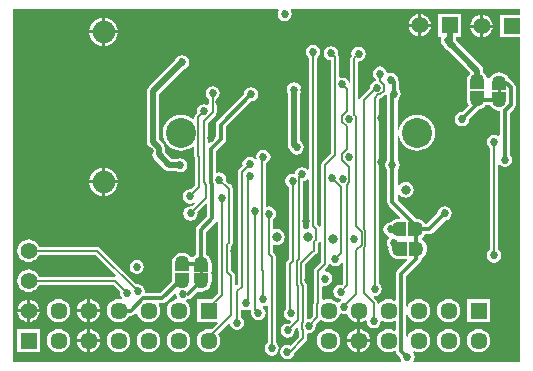
<source format=gbl>
%FSLAX25Y25*%
%MOIN*%
G70*
G01*
G75*
G04 Layer_Physical_Order=4*
G04 Layer_Color=16711680*
%ADD10C,0.00800*%
%ADD11O,0.01575X0.05331*%
%ADD12O,0.01575X0.06315*%
%ADD13O,0.01575X0.08874*%
%ADD14O,0.01575X0.04331*%
%ADD15O,0.05331X0.01575*%
%ADD16O,0.06315X0.01575*%
%ADD17R,0.02362X0.04724*%
%ADD18R,0.03347X0.03150*%
%ADD19R,0.03150X0.03347*%
%ADD20R,0.06890X0.03937*%
%ADD21R,0.02600X0.03300*%
%ADD22R,0.07874X0.02559*%
%ADD23C,0.00600*%
%ADD24C,0.01400*%
%ADD25C,0.02000*%
%ADD26C,0.10000*%
%ADD27C,0.05500*%
%ADD28R,0.05500X0.05500*%
%ADD29C,0.03300*%
%ADD30R,0.05500X0.05500*%
%ADD31R,0.05700X0.05700*%
%ADD32C,0.05700*%
%ADD33C,0.07480*%
%ADD34C,0.02700*%
%ADD35C,0.05000*%
%ADD36C,0.01000*%
%ADD37R,0.05000X0.02500*%
%ADD38R,0.02500X0.05000*%
G36*
X94775Y25774D02*
Y18949D01*
X94435Y18609D01*
X94000Y18696D01*
X93083Y18514D01*
X92306Y17994D01*
X91786Y17217D01*
X91604Y16300D01*
X91786Y15383D01*
X92306Y14606D01*
X93083Y14086D01*
X93980Y13908D01*
X94021Y13841D01*
X94158Y13426D01*
X93506Y12990D01*
X93339Y12740D01*
X92831Y12682D01*
X92743Y12748D01*
X91942Y13363D01*
X91005Y13751D01*
X90000Y13883D01*
X88995Y13751D01*
X88376Y13494D01*
X87875Y13828D01*
Y17978D01*
X88376Y18388D01*
X88800Y18304D01*
X89717Y18486D01*
X90494Y19006D01*
X91014Y19783D01*
X91196Y20700D01*
X91014Y21617D01*
X90494Y22394D01*
X89717Y22914D01*
X88948Y23067D01*
X88727Y23552D01*
X89637Y24463D01*
X89925Y24893D01*
X90026Y25400D01*
Y25474D01*
X90526Y25626D01*
X90606Y25506D01*
X91383Y24986D01*
X92300Y24804D01*
X93217Y24986D01*
X93994Y25506D01*
X94274Y25925D01*
X94775Y25774D01*
D02*
G37*
G36*
X83474Y53674D02*
Y38200D01*
X83548Y37831D01*
X83237Y37368D01*
X83200Y37373D01*
X82508Y37282D01*
X82076Y37103D01*
X81576Y37380D01*
Y53079D01*
X82117Y53186D01*
X82894Y53706D01*
X82974Y53826D01*
X83474Y53674D01*
D02*
G37*
G36*
X109397Y81833D02*
X109486Y81383D01*
X109567Y81263D01*
Y60136D01*
X109086Y59417D01*
X108904Y58500D01*
X109086Y57583D01*
X109567Y56864D01*
Y46200D01*
X109699Y45537D01*
X110074Y44974D01*
X113880Y41168D01*
X113689Y40707D01*
X113453D01*
X113381Y40716D01*
X112468Y40596D01*
X111616Y40243D01*
X110885Y39682D01*
X110737Y39489D01*
X110700Y39496D01*
X109783Y39314D01*
X109006Y38794D01*
X108486Y38017D01*
X108304Y37100D01*
X108486Y36183D01*
X109006Y35406D01*
X109783Y34886D01*
X109959Y34852D01*
X110057Y34322D01*
X109586Y33617D01*
X109404Y32700D01*
X109586Y31783D01*
X110026Y31125D01*
X109970Y30700D01*
X110090Y29786D01*
X110443Y28935D01*
X111004Y28204D01*
X111735Y27643D01*
X112586Y27290D01*
X113500Y27170D01*
X113589Y27182D01*
X115991D01*
X116030Y27189D01*
X116276Y26728D01*
X112924Y23377D01*
X112549Y22814D01*
X112417Y22151D01*
Y13564D01*
X111968Y13342D01*
X111942Y13363D01*
X111005Y13751D01*
X110000Y13883D01*
X108995Y13751D01*
X108058Y13363D01*
X107254Y12746D01*
X106925Y12318D01*
X106605Y12370D01*
X106412Y12469D01*
X106325Y12907D01*
X106037Y13337D01*
X105001Y14374D01*
X105247Y14834D01*
X105400Y14804D01*
X106317Y14986D01*
X107094Y15506D01*
X107614Y16283D01*
X107796Y17200D01*
X107614Y18117D01*
X107094Y18894D01*
X106676Y19174D01*
Y80219D01*
X107218Y80761D01*
X107539Y80825D01*
X107969Y81113D01*
X108854Y81998D01*
X109397Y81833D01*
D02*
G37*
G36*
X87375Y32835D02*
Y25949D01*
X85613Y24187D01*
X85325Y23757D01*
X85224Y23250D01*
Y12909D01*
X85025Y12610D01*
X84925Y12103D01*
Y8299D01*
X83835Y7209D01*
X83400Y7296D01*
X83312Y7278D01*
X82925Y7596D01*
Y18318D01*
X82825Y18825D01*
X82537Y19255D01*
X82076Y19717D01*
Y25301D01*
X85498Y28724D01*
X85757Y28775D01*
X86187Y29063D01*
X86475Y29493D01*
X86576Y30000D01*
Y32595D01*
X86687Y32706D01*
X86875Y32987D01*
X87375Y32835D01*
D02*
G37*
G36*
X153874Y108550D02*
X147250D01*
Y101050D01*
X153874D01*
Y-7174D01*
X118538D01*
X118302Y-6733D01*
X118514Y-6417D01*
X118696Y-5500D01*
X118514Y-4583D01*
X118061Y-3905D01*
X118334Y-3477D01*
X118995Y-3751D01*
X120000Y-3883D01*
X121005Y-3751D01*
X121942Y-3363D01*
X122746Y-2746D01*
X123363Y-1942D01*
X123751Y-1005D01*
X123883Y0D01*
X123751Y1005D01*
X123363Y1942D01*
X122746Y2746D01*
X121942Y3363D01*
X121005Y3751D01*
X120000Y3883D01*
X118995Y3751D01*
X118058Y3363D01*
X117254Y2746D01*
X116637Y1942D01*
X116383Y1329D01*
X115883Y1429D01*
Y8572D01*
X116383Y8671D01*
X116637Y8058D01*
X117254Y7254D01*
X118058Y6637D01*
X118995Y6249D01*
X120000Y6117D01*
X121005Y6249D01*
X121942Y6637D01*
X122746Y7254D01*
X123363Y8058D01*
X123751Y8995D01*
X123883Y10000D01*
X123751Y11005D01*
X123363Y11942D01*
X122746Y12746D01*
X121942Y13363D01*
X121005Y13751D01*
X120000Y13883D01*
X118995Y13751D01*
X118058Y13363D01*
X117254Y12746D01*
X116637Y11942D01*
X116383Y11329D01*
X115883Y11428D01*
Y21433D01*
X120526Y26076D01*
X120901Y26638D01*
X121033Y27301D01*
Y27630D01*
X121065Y27643D01*
X121796Y28204D01*
X122357Y28935D01*
X122710Y29786D01*
X122830Y30700D01*
X122710Y31614D01*
X122357Y32465D01*
X121796Y33196D01*
X121096Y33734D01*
X121081Y34213D01*
X121081Y34232D01*
X121677Y34690D01*
X122238Y35421D01*
X122252Y35453D01*
X123486D01*
X124149Y35585D01*
X124712Y35960D01*
X128769Y40018D01*
X129617Y40186D01*
X130394Y40706D01*
X130914Y41483D01*
X131096Y42400D01*
X130914Y43317D01*
X130394Y44094D01*
X129617Y44614D01*
X128700Y44796D01*
X127783Y44614D01*
X127006Y44094D01*
X126486Y43317D01*
X126318Y42469D01*
X122768Y38919D01*
X122252D01*
X122238Y38951D01*
X121677Y39682D01*
X120946Y40243D01*
X120095Y40596D01*
X119243Y40708D01*
X113033Y46918D01*
Y48601D01*
X113533Y48771D01*
X113810Y48410D01*
X114364Y47985D01*
X115008Y47718D01*
X115700Y47627D01*
X116392Y47718D01*
X117036Y47985D01*
X117590Y48410D01*
X118015Y48964D01*
X118282Y49608D01*
X118373Y50300D01*
X118282Y50992D01*
X118015Y51636D01*
X117590Y52190D01*
X117036Y52615D01*
X116392Y52882D01*
X115700Y52973D01*
X115008Y52882D01*
X114364Y52615D01*
X113810Y52190D01*
X113533Y51829D01*
X113033Y51999D01*
Y56864D01*
X113514Y57583D01*
X113696Y58500D01*
X113514Y59417D01*
X113033Y60136D01*
Y68339D01*
X113533Y68363D01*
X113557Y68124D01*
X113900Y66993D01*
X114457Y65951D01*
X115207Y65037D01*
X116121Y64287D01*
X117163Y63730D01*
X118294Y63387D01*
X119470Y63271D01*
X120646Y63387D01*
X121777Y63730D01*
X122820Y64287D01*
X123733Y65037D01*
X124483Y65951D01*
X125040Y66993D01*
X125383Y68124D01*
X125499Y69300D01*
X125383Y70476D01*
X125040Y71607D01*
X124483Y72650D01*
X123733Y73563D01*
X122820Y74313D01*
X121777Y74870D01*
X120646Y75213D01*
X119470Y75329D01*
X118294Y75213D01*
X117163Y74870D01*
X116121Y74313D01*
X115207Y73563D01*
X114457Y72650D01*
X113900Y71607D01*
X113557Y70476D01*
X113533Y70236D01*
X113033Y70261D01*
Y80365D01*
X113394Y80606D01*
X113914Y81383D01*
X114096Y82300D01*
X113914Y83217D01*
X113433Y83936D01*
Y86100D01*
X113301Y86763D01*
X113276Y86801D01*
X113296Y86900D01*
X113114Y87817D01*
X112594Y88594D01*
X111817Y89114D01*
X110900Y89296D01*
X109983Y89114D01*
X109428Y89344D01*
X109314Y89917D01*
X108794Y90694D01*
X108017Y91214D01*
X107100Y91396D01*
X106183Y91214D01*
X105406Y90694D01*
X104886Y89917D01*
X104704Y89000D01*
X104886Y88083D01*
X105406Y87306D01*
X105683Y87120D01*
X105666Y86610D01*
X105183Y86514D01*
X104406Y85994D01*
X103886Y85217D01*
X103704Y84300D01*
X103724Y84199D01*
X100763Y81237D01*
X100475Y80807D01*
X100426Y80556D01*
X99926Y80605D01*
Y93043D01*
X100000Y93104D01*
X100917Y93286D01*
X101694Y93806D01*
X102214Y94583D01*
X102396Y95500D01*
X102214Y96417D01*
X101694Y97194D01*
X100917Y97714D01*
X100000Y97896D01*
X99083Y97714D01*
X98306Y97194D01*
X97786Y96417D01*
X97604Y95500D01*
X97690Y95065D01*
X97663Y95037D01*
X97375Y94607D01*
X97275Y94100D01*
Y86060D01*
X96775Y86011D01*
X96714Y86317D01*
X96194Y87094D01*
X95417Y87614D01*
X94500Y87796D01*
X94025Y87702D01*
X93525Y88112D01*
Y94400D01*
X93425Y94907D01*
X93137Y95337D01*
X93110Y95365D01*
X93196Y95800D01*
X93014Y96717D01*
X92494Y97494D01*
X91717Y98014D01*
X90800Y98196D01*
X89883Y98014D01*
X89106Y97494D01*
X88586Y96717D01*
X88404Y95800D01*
X88586Y94883D01*
X89106Y94106D01*
X89883Y93586D01*
X90800Y93404D01*
X90874Y93343D01*
Y62449D01*
X87763Y59337D01*
X87475Y58907D01*
X87375Y58400D01*
Y38059D01*
X86875Y37907D01*
X86687Y38187D01*
X86125Y38749D01*
Y94359D01*
X86494Y94606D01*
X87014Y95383D01*
X87196Y96300D01*
X87014Y97217D01*
X86494Y97994D01*
X85717Y98514D01*
X84800Y98696D01*
X83883Y98514D01*
X83106Y97994D01*
X82586Y97217D01*
X82404Y96300D01*
X82586Y95383D01*
X83106Y94606D01*
X83474Y94359D01*
Y57126D01*
X82974Y56974D01*
X82894Y57094D01*
X82117Y57614D01*
X81200Y57796D01*
X80283Y57614D01*
X79506Y57094D01*
X78986Y56317D01*
X78811Y55435D01*
X78000Y55596D01*
X77083Y55414D01*
X76306Y54894D01*
X75786Y54117D01*
X75604Y53200D01*
X75786Y52283D01*
X76306Y51506D01*
X76674Y51259D01*
Y27152D01*
X76113Y26590D01*
X75825Y26160D01*
X75725Y25653D01*
Y10673D01*
X75286Y10017D01*
X75104Y9100D01*
X75286Y8183D01*
X75806Y7406D01*
X76583Y6886D01*
X77185Y6767D01*
X77350Y6224D01*
X76835Y5709D01*
X76400Y5796D01*
X75483Y5614D01*
X74706Y5094D01*
X74186Y4317D01*
X74004Y3400D01*
X74186Y2483D01*
X74706Y1706D01*
X75483Y1186D01*
X76400Y1004D01*
X77317Y1186D01*
X78094Y1706D01*
X78614Y2483D01*
X78796Y3400D01*
X78710Y3835D01*
X79363Y4488D01*
X79825Y4297D01*
Y3968D01*
X79925Y3461D01*
X80213Y3031D01*
X80274Y2969D01*
Y1349D01*
X77290Y-1635D01*
X77217Y-1586D01*
X76300Y-1404D01*
X75383Y-1586D01*
X74606Y-2106D01*
X74086Y-2883D01*
X73904Y-3800D01*
X74086Y-4717D01*
X74606Y-5494D01*
X75383Y-6014D01*
X76300Y-6196D01*
X77217Y-6014D01*
X77994Y-5494D01*
X78514Y-4717D01*
X78652Y-4023D01*
X82537Y-137D01*
X82825Y293D01*
X82925Y800D01*
Y2204D01*
X83312Y2521D01*
X83400Y2504D01*
X84317Y2686D01*
X85094Y3206D01*
X85614Y3983D01*
X85796Y4900D01*
X85710Y5335D01*
X87187Y6813D01*
X87202Y6834D01*
X87695Y6916D01*
X88058Y6637D01*
X88995Y6249D01*
X90000Y6117D01*
X91005Y6249D01*
X91942Y6637D01*
X92746Y7254D01*
X93363Y8058D01*
X93699Y8871D01*
X94213Y9129D01*
X94283Y9082D01*
X95200Y8900D01*
X95743Y9008D01*
X96172Y8997D01*
X96386Y8664D01*
X96637Y8058D01*
X97254Y7254D01*
X98058Y6637D01*
X98995Y6249D01*
X99500Y6183D01*
Y10000D01*
X100500D01*
Y6183D01*
X101005Y6249D01*
X101942Y6637D01*
X102272Y6890D01*
X102726Y6608D01*
X102704Y6500D01*
X102886Y5583D01*
X103406Y4806D01*
X104183Y4286D01*
X105100Y4104D01*
X106017Y4286D01*
X106794Y4806D01*
X107314Y5583D01*
X107485Y6447D01*
X107918Y6744D01*
X108058Y6637D01*
X108995Y6249D01*
X110000Y6117D01*
X111005Y6249D01*
X111942Y6637D01*
X111968Y6657D01*
X112417Y6436D01*
Y3564D01*
X111968Y3342D01*
X111942Y3363D01*
X111005Y3751D01*
X110000Y3883D01*
X108995Y3751D01*
X108058Y3363D01*
X107254Y2746D01*
X106637Y1942D01*
X106249Y1005D01*
X106117Y0D01*
X106249Y-1005D01*
X106637Y-1942D01*
X107254Y-2746D01*
X108058Y-3363D01*
X108995Y-3751D01*
X110000Y-3883D01*
X111005Y-3751D01*
X111942Y-3363D01*
X111943Y-3362D01*
X112465Y-3592D01*
X112549Y-4013D01*
X112924Y-4576D01*
X113918Y-5569D01*
X114086Y-6417D01*
X114298Y-6733D01*
X114062Y-7174D01*
X-15274D01*
Y110574D01*
X73162D01*
X73398Y110133D01*
X73186Y109817D01*
X73004Y108900D01*
X73186Y107983D01*
X73706Y107206D01*
X74483Y106686D01*
X75400Y106504D01*
X76317Y106686D01*
X77094Y107206D01*
X77614Y107983D01*
X77796Y108900D01*
X77614Y109817D01*
X77402Y110133D01*
X77638Y110574D01*
X153874D01*
Y108550D01*
D02*
G37*
%LPC*%
G36*
X130000Y13883D02*
X128995Y13751D01*
X128058Y13363D01*
X127254Y12746D01*
X126637Y11942D01*
X126249Y11005D01*
X126117Y10000D01*
X126249Y8995D01*
X126637Y8058D01*
X127254Y7254D01*
X128058Y6637D01*
X128995Y6249D01*
X130000Y6117D01*
X131005Y6249D01*
X131942Y6637D01*
X132746Y7254D01*
X133363Y8058D01*
X133751Y8995D01*
X133883Y10000D01*
X133751Y11005D01*
X133363Y11942D01*
X132746Y12746D01*
X131942Y13363D01*
X131005Y13751D01*
X130000Y13883D01*
D02*
G37*
G36*
X99500Y3817D02*
X98995Y3751D01*
X98058Y3363D01*
X97254Y2746D01*
X96637Y1942D01*
X96249Y1005D01*
X96183Y500D01*
X99500D01*
Y3817D01*
D02*
G37*
G36*
X100500D02*
Y500D01*
X103817D01*
X103751Y1005D01*
X103363Y1942D01*
X102746Y2746D01*
X101942Y3363D01*
X101005Y3751D01*
X100500Y3817D01*
D02*
G37*
G36*
X0Y13883D02*
X-1005Y13751D01*
X-1942Y13363D01*
X-2746Y12746D01*
X-3363Y11942D01*
X-3751Y11005D01*
X-3883Y10000D01*
X-3751Y8995D01*
X-3363Y8058D01*
X-2746Y7254D01*
X-1942Y6637D01*
X-1005Y6249D01*
X0Y6117D01*
X1005Y6249D01*
X1942Y6637D01*
X2746Y7254D01*
X3363Y8058D01*
X3751Y8995D01*
X3883Y10000D01*
X3751Y11005D01*
X3363Y11942D01*
X2746Y12746D01*
X1942Y13363D01*
X1005Y13751D01*
X0Y13883D01*
D02*
G37*
G36*
X143850Y13850D02*
X136150D01*
Y6150D01*
X143850D01*
Y13850D01*
D02*
G37*
G36*
X13817Y9500D02*
X10500D01*
Y6183D01*
X11005Y6249D01*
X11942Y6637D01*
X12746Y7254D01*
X13363Y8058D01*
X13751Y8995D01*
X13817Y9500D01*
D02*
G37*
G36*
X-10500D02*
X-13716D01*
X-13654Y9021D01*
X-13276Y8109D01*
X-12675Y7326D01*
X-11891Y6724D01*
X-10979Y6346D01*
X-10500Y6284D01*
Y9500D01*
D02*
G37*
G36*
X9500D02*
X6183D01*
X6249Y8995D01*
X6637Y8058D01*
X7254Y7254D01*
X8058Y6637D01*
X8995Y6249D01*
X9500Y6183D01*
Y9500D01*
D02*
G37*
G36*
X-6284D02*
X-9500D01*
Y6284D01*
X-9021Y6346D01*
X-8109Y6724D01*
X-7326Y7326D01*
X-6724Y8109D01*
X-6346Y9021D01*
X-6284Y9500D01*
D02*
G37*
G36*
X10500Y3817D02*
Y500D01*
X13817D01*
X13751Y1005D01*
X13363Y1942D01*
X12746Y2746D01*
X11942Y3363D01*
X11005Y3751D01*
X10500Y3817D01*
D02*
G37*
G36*
X40000Y3883D02*
X38995Y3751D01*
X38058Y3363D01*
X37254Y2746D01*
X36637Y1942D01*
X36249Y1005D01*
X36117Y0D01*
X36249Y-1005D01*
X36637Y-1942D01*
X37254Y-2746D01*
X38058Y-3363D01*
X38995Y-3751D01*
X40000Y-3883D01*
X41005Y-3751D01*
X41942Y-3363D01*
X42746Y-2746D01*
X43363Y-1942D01*
X43751Y-1005D01*
X43883Y0D01*
X43751Y1005D01*
X43363Y1942D01*
X42746Y2746D01*
X41942Y3363D01*
X41005Y3751D01*
X40000Y3883D01*
D02*
G37*
G36*
X90000D02*
X88995Y3751D01*
X88058Y3363D01*
X87254Y2746D01*
X86637Y1942D01*
X86249Y1005D01*
X86117Y0D01*
X86249Y-1005D01*
X86637Y-1942D01*
X87254Y-2746D01*
X88058Y-3363D01*
X88995Y-3751D01*
X90000Y-3883D01*
X91005Y-3751D01*
X91942Y-3363D01*
X92746Y-2746D01*
X93363Y-1942D01*
X93751Y-1005D01*
X93883Y0D01*
X93751Y1005D01*
X93363Y1942D01*
X92746Y2746D01*
X91942Y3363D01*
X91005Y3751D01*
X90000Y3883D01*
D02*
G37*
G36*
X130000D02*
X128995Y3751D01*
X128058Y3363D01*
X127254Y2746D01*
X126637Y1942D01*
X126249Y1005D01*
X126117Y0D01*
X126249Y-1005D01*
X126637Y-1942D01*
X127254Y-2746D01*
X128058Y-3363D01*
X128995Y-3751D01*
X130000Y-3883D01*
X131005Y-3751D01*
X131942Y-3363D01*
X132746Y-2746D01*
X133363Y-1942D01*
X133751Y-1005D01*
X133883Y0D01*
X133751Y1005D01*
X133363Y1942D01*
X132746Y2746D01*
X131942Y3363D01*
X131005Y3751D01*
X130000Y3883D01*
D02*
G37*
G36*
X0D02*
X-1005Y3751D01*
X-1942Y3363D01*
X-2746Y2746D01*
X-3363Y1942D01*
X-3751Y1005D01*
X-3883Y0D01*
X-3751Y-1005D01*
X-3363Y-1942D01*
X-2746Y-2746D01*
X-1942Y-3363D01*
X-1005Y-3751D01*
X0Y-3883D01*
X1005Y-3751D01*
X1942Y-3363D01*
X2746Y-2746D01*
X3363Y-1942D01*
X3751Y-1005D01*
X3883Y0D01*
X3751Y1005D01*
X3363Y1942D01*
X2746Y2746D01*
X1942Y3363D01*
X1005Y3751D01*
X0Y3883D01*
D02*
G37*
G36*
X20000D02*
X18995Y3751D01*
X18058Y3363D01*
X17254Y2746D01*
X16637Y1942D01*
X16249Y1005D01*
X16117Y0D01*
X16249Y-1005D01*
X16637Y-1942D01*
X17254Y-2746D01*
X18058Y-3363D01*
X18995Y-3751D01*
X20000Y-3883D01*
X21005Y-3751D01*
X21942Y-3363D01*
X22746Y-2746D01*
X23363Y-1942D01*
X23751Y-1005D01*
X23883Y0D01*
X23751Y1005D01*
X23363Y1942D01*
X22746Y2746D01*
X21942Y3363D01*
X21005Y3751D01*
X20000Y3883D01*
D02*
G37*
G36*
X30000D02*
X28995Y3751D01*
X28058Y3363D01*
X27254Y2746D01*
X26637Y1942D01*
X26249Y1005D01*
X26117Y0D01*
X26249Y-1005D01*
X26637Y-1942D01*
X27254Y-2746D01*
X28058Y-3363D01*
X28995Y-3751D01*
X30000Y-3883D01*
X31005Y-3751D01*
X31942Y-3363D01*
X32746Y-2746D01*
X33363Y-1942D01*
X33751Y-1005D01*
X33883Y0D01*
X33751Y1005D01*
X33363Y1942D01*
X32746Y2746D01*
X31942Y3363D01*
X31005Y3751D01*
X30000Y3883D01*
D02*
G37*
G36*
X140000D02*
X138995Y3751D01*
X138058Y3363D01*
X137254Y2746D01*
X136637Y1942D01*
X136249Y1005D01*
X136117Y0D01*
X136249Y-1005D01*
X136637Y-1942D01*
X137254Y-2746D01*
X138058Y-3363D01*
X138995Y-3751D01*
X140000Y-3883D01*
X141005Y-3751D01*
X141942Y-3363D01*
X142746Y-2746D01*
X143363Y-1942D01*
X143751Y-1005D01*
X143883Y0D01*
X143751Y1005D01*
X143363Y1942D01*
X142746Y2746D01*
X141942Y3363D01*
X141005Y3751D01*
X140000Y3883D01*
D02*
G37*
G36*
X103817Y-500D02*
X100500D01*
Y-3817D01*
X101005Y-3751D01*
X101942Y-3363D01*
X102746Y-2746D01*
X103363Y-1942D01*
X103751Y-1005D01*
X103817Y-500D01*
D02*
G37*
G36*
X-6250Y3750D02*
X-13750D01*
Y-3750D01*
X-6250D01*
Y3750D01*
D02*
G37*
G36*
X9500Y3817D02*
X8995Y3751D01*
X8058Y3363D01*
X7254Y2746D01*
X6637Y1942D01*
X6249Y1005D01*
X6183Y500D01*
X9500D01*
Y3817D01*
D02*
G37*
G36*
Y-500D02*
X6183D01*
X6249Y-1005D01*
X6637Y-1942D01*
X7254Y-2746D01*
X8058Y-3363D01*
X8995Y-3751D01*
X9500Y-3817D01*
Y-500D01*
D02*
G37*
G36*
X13817D02*
X10500D01*
Y-3817D01*
X11005Y-3751D01*
X11942Y-3363D01*
X12746Y-2746D01*
X13363Y-1942D01*
X13751Y-1005D01*
X13817Y-500D01*
D02*
G37*
G36*
X99500D02*
X96183D01*
X96249Y-1005D01*
X96637Y-1942D01*
X97254Y-2746D01*
X98058Y-3363D01*
X98995Y-3751D01*
X99500Y-3817D01*
Y-500D01*
D02*
G37*
G36*
X-10500Y13716D02*
X-10979Y13654D01*
X-11891Y13276D01*
X-12675Y12675D01*
X-13276Y11891D01*
X-13654Y10979D01*
X-13716Y10500D01*
X-10500D01*
Y13716D01*
D02*
G37*
G36*
X144717Y104300D02*
X141500D01*
Y101084D01*
X141979Y101146D01*
X142891Y101524D01*
X143675Y102126D01*
X144276Y102909D01*
X144653Y103821D01*
X144717Y104300D01*
D02*
G37*
G36*
X119884Y104600D02*
X116667D01*
X116730Y104121D01*
X117108Y103209D01*
X117709Y102426D01*
X118492Y101824D01*
X119404Y101446D01*
X119884Y101383D01*
Y104600D01*
D02*
G37*
G36*
X124100D02*
X120884D01*
Y101383D01*
X121362Y101446D01*
X122275Y101824D01*
X123058Y102426D01*
X123659Y103209D01*
X124037Y104121D01*
X124100Y104600D01*
D02*
G37*
G36*
X14509Y102400D02*
X10293D01*
X10390Y101663D01*
X10868Y100510D01*
X11628Y99519D01*
X12618Y98760D01*
X13771Y98282D01*
X14509Y98185D01*
Y102400D01*
D02*
G37*
G36*
X19724D02*
X15509D01*
Y98185D01*
X16246Y98282D01*
X17399Y98760D01*
X18389Y99519D01*
X19149Y100510D01*
X19627Y101663D01*
X19724Y102400D01*
D02*
G37*
G36*
X140500Y104300D02*
X137284D01*
X137346Y103821D01*
X137724Y102909D01*
X138326Y102126D01*
X139109Y101524D01*
X140021Y101146D01*
X140500Y101084D01*
Y104300D01*
D02*
G37*
G36*
X141500Y108517D02*
Y105300D01*
X144717D01*
X144653Y105779D01*
X144276Y106691D01*
X143675Y107475D01*
X142891Y108076D01*
X141979Y108454D01*
X141500Y108517D01*
D02*
G37*
G36*
X119884Y108817D02*
X119404Y108754D01*
X118492Y108376D01*
X117709Y107774D01*
X117108Y106991D01*
X116730Y106079D01*
X116667Y105600D01*
X119884D01*
Y108817D01*
D02*
G37*
G36*
X120884D02*
Y105600D01*
X124100D01*
X124037Y106079D01*
X123659Y106991D01*
X123058Y107774D01*
X122275Y108376D01*
X121362Y108754D01*
X120884Y108817D01*
D02*
G37*
G36*
X14509Y107615D02*
X13771Y107518D01*
X12618Y107041D01*
X11628Y106281D01*
X10868Y105290D01*
X10390Y104137D01*
X10293Y103400D01*
X14509D01*
Y107615D01*
D02*
G37*
G36*
X15509D02*
Y103400D01*
X19724D01*
X19627Y104137D01*
X19149Y105290D01*
X18389Y106281D01*
X17399Y107041D01*
X16246Y107518D01*
X15509Y107615D01*
D02*
G37*
G36*
X140500Y108517D02*
X140021Y108454D01*
X139109Y108076D01*
X138326Y107475D01*
X137724Y106691D01*
X137346Y105779D01*
X137284Y105300D01*
X140500D01*
Y108517D01*
D02*
G37*
G36*
X26100Y26996D02*
X25183Y26814D01*
X24406Y26294D01*
X23886Y25517D01*
X23704Y24600D01*
X23886Y23683D01*
X24406Y22906D01*
X25183Y22386D01*
X26100Y22204D01*
X27017Y22386D01*
X27794Y22906D01*
X28314Y23683D01*
X28496Y24600D01*
X28314Y25517D01*
X27794Y26294D01*
X27017Y26814D01*
X26100Y26996D01*
D02*
G37*
G36*
X14509Y52400D02*
X10293D01*
X10390Y51663D01*
X10868Y50510D01*
X11628Y49519D01*
X12618Y48759D01*
X13771Y48282D01*
X14509Y48185D01*
Y52400D01*
D02*
G37*
G36*
X19724D02*
X15509D01*
Y48185D01*
X16246Y48282D01*
X17399Y48759D01*
X18389Y49519D01*
X19149Y50510D01*
X19627Y51663D01*
X19724Y52400D01*
D02*
G37*
G36*
X-9500Y13716D02*
Y10500D01*
X-6284D01*
X-6346Y10979D01*
X-6724Y11891D01*
X-7326Y12675D01*
X-8109Y13276D01*
X-9021Y13654D01*
X-9500Y13716D01*
D02*
G37*
G36*
X9500Y13817D02*
X8995Y13751D01*
X8058Y13363D01*
X7254Y12746D01*
X6637Y11942D01*
X6249Y11005D01*
X6183Y10500D01*
X9500D01*
Y13817D01*
D02*
G37*
G36*
X10500D02*
Y10500D01*
X13817D01*
X13751Y11005D01*
X13363Y11942D01*
X12746Y12746D01*
X11942Y13363D01*
X11005Y13751D01*
X10500Y13817D01*
D02*
G37*
G36*
X78500Y86096D02*
X77583Y85914D01*
X76806Y85394D01*
X76286Y84617D01*
X76104Y83700D01*
X76286Y82783D01*
X76461Y82522D01*
Y65300D01*
X76616Y64520D01*
X77058Y63858D01*
X77125Y63791D01*
X77186Y63483D01*
X77706Y62706D01*
X78483Y62186D01*
X79400Y62004D01*
X80317Y62186D01*
X81094Y62706D01*
X81614Y63483D01*
X81796Y64400D01*
X81614Y65317D01*
X81094Y66094D01*
X80539Y66465D01*
Y82522D01*
X80714Y82783D01*
X80896Y83700D01*
X80714Y84617D01*
X80194Y85394D01*
X79417Y85914D01*
X78500Y86096D01*
D02*
G37*
G36*
X134134Y108850D02*
X126634D01*
Y101350D01*
X127400D01*
X127610Y100956D01*
X127610Y100850D01*
X127461Y100100D01*
X127616Y99320D01*
X128058Y98658D01*
X128401Y98315D01*
X128499Y97820D01*
X128942Y97158D01*
X129603Y96716D01*
X130099Y96618D01*
X137184Y89532D01*
X137152Y89033D01*
X137104Y88996D01*
X136543Y88265D01*
X136190Y87414D01*
X136070Y86500D01*
X136079Y86427D01*
Y84009D01*
X136157Y83619D01*
X136164Y83609D01*
X136157Y83599D01*
X136079Y83209D01*
Y80773D01*
X136070Y80700D01*
X136190Y79786D01*
X136543Y78935D01*
X136778Y78629D01*
X134431Y76282D01*
X133583Y76114D01*
X132806Y75594D01*
X132286Y74817D01*
X132104Y73900D01*
X132286Y72983D01*
X132806Y72206D01*
X133583Y71686D01*
X134500Y71504D01*
X135417Y71686D01*
X136194Y72206D01*
X136714Y72983D01*
X136882Y73831D01*
X140315Y77264D01*
X140514Y77290D01*
X141365Y77643D01*
X142096Y78204D01*
X142274Y78435D01*
X143798D01*
X143811Y78403D01*
X144372Y77672D01*
X145103Y77111D01*
X145955Y76759D01*
X146869Y76638D01*
X147067Y76464D01*
Y68414D01*
X146567Y68146D01*
X146017Y68514D01*
X145100Y68696D01*
X144183Y68514D01*
X143406Y67994D01*
X142886Y67217D01*
X142704Y66300D01*
X142886Y65383D01*
X143406Y64606D01*
X143774Y64359D01*
Y30274D01*
X143506Y30094D01*
X142986Y29317D01*
X142804Y28400D01*
X142986Y27483D01*
X143506Y26706D01*
X144283Y26186D01*
X145200Y26004D01*
X146117Y26186D01*
X146894Y26706D01*
X147414Y27483D01*
X147596Y28400D01*
X147414Y29317D01*
X146894Y30094D01*
X146425Y30408D01*
Y58724D01*
X146925Y58876D01*
X147106Y58606D01*
X147883Y58086D01*
X148800Y57904D01*
X149717Y58086D01*
X150494Y58606D01*
X151014Y59383D01*
X151196Y60300D01*
X151014Y61217D01*
X150533Y61936D01*
Y76008D01*
X151895Y77370D01*
X151895Y77370D01*
X152146Y77746D01*
X152271Y77932D01*
X152403Y78596D01*
X152403Y78596D01*
Y84470D01*
X152271Y85133D01*
X151895Y85695D01*
X150396Y87194D01*
X150055Y87422D01*
X149926Y87734D01*
X149365Y88465D01*
X148634Y89026D01*
X147782Y89378D01*
X146869Y89499D01*
X145955Y89378D01*
X145103Y89026D01*
X144372Y88465D01*
X143811Y87734D01*
X143554Y87112D01*
X143041Y87180D01*
X143010Y87414D01*
X142657Y88265D01*
X142096Y88996D01*
X141639Y89347D01*
Y90000D01*
X141484Y90780D01*
X141042Y91442D01*
X132423Y100061D01*
Y101350D01*
X134134D01*
Y108850D01*
D02*
G37*
G36*
X51400Y84796D02*
X50483Y84614D01*
X49706Y84094D01*
X49186Y83317D01*
X49004Y82400D01*
X49186Y81483D01*
X49706Y80706D01*
X50024Y80493D01*
Y78809D01*
X49525Y78542D01*
X49417Y78614D01*
X48500Y78796D01*
X47583Y78614D01*
X46806Y78094D01*
X46286Y77317D01*
X46104Y76400D01*
X46191Y75965D01*
X45693Y75467D01*
X45405Y75037D01*
X45305Y74530D01*
Y73954D01*
X44804Y73718D01*
X44080Y74313D01*
X43037Y74870D01*
X41906Y75213D01*
X40730Y75329D01*
X39554Y75213D01*
X38423Y74870D01*
X37380Y74313D01*
X36467Y73563D01*
X35717Y72650D01*
X35160Y71607D01*
X34817Y70476D01*
X34701Y69300D01*
X34817Y68124D01*
X35160Y66993D01*
X35717Y65951D01*
X36467Y65037D01*
X37380Y64287D01*
X38423Y63730D01*
X39554Y63387D01*
X40730Y63271D01*
X41906Y63387D01*
X43037Y63730D01*
X44080Y64287D01*
X44804Y64882D01*
X45305Y64645D01*
Y61533D01*
X45405Y61026D01*
X45575Y60773D01*
Y51749D01*
X44235Y50410D01*
X43800Y50496D01*
X42883Y50314D01*
X42106Y49794D01*
X41586Y49017D01*
X41404Y48100D01*
X41586Y47183D01*
X42106Y46406D01*
X42883Y45886D01*
X43800Y45704D01*
X44717Y45886D01*
X45283Y46264D01*
X45602Y45876D01*
X44435Y44710D01*
X44000Y44796D01*
X43083Y44614D01*
X42306Y44094D01*
X41786Y43317D01*
X41604Y42400D01*
X41786Y41483D01*
X42306Y40706D01*
X43083Y40186D01*
X44000Y40004D01*
X44917Y40186D01*
X45694Y40706D01*
X46214Y41483D01*
X46396Y42400D01*
X46310Y42835D01*
X49105Y45630D01*
X49567Y45439D01*
Y41518D01*
X46275Y38227D01*
X45900Y37664D01*
X45768Y37001D01*
Y28679D01*
X45736Y28666D01*
X45005Y28105D01*
X44729Y27745D01*
X44643Y27714D01*
X44113Y27764D01*
X43697Y28305D01*
X42966Y28866D01*
X42115Y29219D01*
X41201Y29339D01*
X40287Y29219D01*
X39436Y28866D01*
X38705Y28305D01*
X38144Y27574D01*
X37791Y26722D01*
X37671Y25809D01*
X37680Y25736D01*
Y23300D01*
X37758Y22910D01*
X37765Y22900D01*
X37758Y22890D01*
X37680Y22500D01*
Y20081D01*
X37671Y20009D01*
X37716Y19669D01*
X33930Y15883D01*
X29087D01*
X28770Y16270D01*
X28796Y16400D01*
X28614Y17317D01*
X28094Y18094D01*
X27317Y18614D01*
X26400Y18796D01*
X25965Y18710D01*
X13737Y30937D01*
X13307Y31225D01*
X12800Y31326D01*
X-6490D01*
X-6724Y31891D01*
X-7326Y32675D01*
X-8109Y33276D01*
X-9021Y33654D01*
X-10000Y33782D01*
X-10979Y33654D01*
X-11891Y33276D01*
X-12675Y32675D01*
X-13276Y31891D01*
X-13654Y30979D01*
X-13782Y30000D01*
X-13654Y29021D01*
X-13276Y28109D01*
X-12675Y27325D01*
X-11891Y26724D01*
X-10979Y26346D01*
X-10000Y26218D01*
X-9021Y26346D01*
X-8109Y26724D01*
X-7326Y27325D01*
X-6724Y28109D01*
X-6490Y28675D01*
X12251D01*
X19162Y21763D01*
X18916Y21302D01*
X18800Y21326D01*
X-6490D01*
X-6724Y21891D01*
X-7326Y22674D01*
X-8109Y23276D01*
X-9021Y23653D01*
X-10000Y23782D01*
X-10979Y23653D01*
X-11891Y23276D01*
X-12675Y22674D01*
X-13276Y21891D01*
X-13654Y20979D01*
X-13782Y20000D01*
X-13654Y19021D01*
X-13276Y18109D01*
X-12675Y17325D01*
X-11891Y16724D01*
X-10979Y16346D01*
X-10000Y16218D01*
X-9021Y16346D01*
X-8109Y16724D01*
X-7326Y17325D01*
X-6724Y18109D01*
X-6490Y18675D01*
X18251D01*
X20491Y16435D01*
X20404Y16000D01*
X20586Y15083D01*
X21106Y14306D01*
X21324Y14160D01*
X21087Y13717D01*
X21005Y13751D01*
X20000Y13883D01*
X18995Y13751D01*
X18058Y13363D01*
X17254Y12746D01*
X16637Y11942D01*
X16249Y11005D01*
X16117Y10000D01*
X16249Y8995D01*
X16637Y8058D01*
X17254Y7254D01*
X18058Y6637D01*
X18995Y6249D01*
X20000Y6117D01*
X21005Y6249D01*
X21942Y6637D01*
X22746Y7254D01*
X23363Y8058D01*
X23449Y8267D01*
X24131D01*
X24794Y8399D01*
X25357Y8774D01*
X25771Y9189D01*
X26245Y9028D01*
X26249Y8995D01*
X26637Y8058D01*
X27254Y7254D01*
X28058Y6637D01*
X28995Y6249D01*
X30000Y6117D01*
X31005Y6249D01*
X31942Y6637D01*
X32746Y7254D01*
X33363Y8058D01*
X33751Y8995D01*
X33883Y10000D01*
X33751Y11005D01*
X33363Y11942D01*
X33342Y11968D01*
X33564Y12417D01*
X34648D01*
X35312Y12549D01*
X35874Y12924D01*
X38754Y15804D01*
X39002Y15672D01*
X39197Y15540D01*
X39375Y14642D01*
X39629Y14263D01*
X39422Y13807D01*
X38995Y13751D01*
X38058Y13363D01*
X37254Y12746D01*
X36637Y11942D01*
X36249Y11005D01*
X36117Y10000D01*
X36249Y8995D01*
X36637Y8058D01*
X37254Y7254D01*
X38058Y6637D01*
X38995Y6249D01*
X40000Y6117D01*
X41005Y6249D01*
X41942Y6637D01*
X42746Y7254D01*
X43363Y8058D01*
X43751Y8995D01*
X43883Y10000D01*
X43751Y11005D01*
X43363Y11942D01*
X42746Y12746D01*
X42564Y12886D01*
X42656Y13445D01*
X43231Y13829D01*
X43251Y13825D01*
X43914Y13957D01*
X44477Y14333D01*
X46556Y16412D01*
X46587Y16399D01*
X47501Y16278D01*
X48415Y16399D01*
X49266Y16751D01*
X49997Y17312D01*
X50558Y18044D01*
X50911Y18895D01*
X51031Y19809D01*
X51020Y19898D01*
Y22300D01*
X50942Y22690D01*
X50935Y22700D01*
X50942Y22710D01*
X51020Y23100D01*
Y25520D01*
X51031Y25609D01*
X50911Y26522D01*
X50558Y27374D01*
X49997Y28105D01*
X49266Y28666D01*
X49234Y28679D01*
Y36283D01*
X52526Y39574D01*
X52675Y39797D01*
X53175Y39645D01*
Y15849D01*
X51175Y13850D01*
X46150D01*
Y6150D01*
X52822D01*
X53014Y5688D01*
X51056Y3730D01*
X51005Y3751D01*
X50000Y3883D01*
X48995Y3751D01*
X48058Y3363D01*
X47254Y2746D01*
X46637Y1942D01*
X46249Y1005D01*
X46117Y0D01*
X46249Y-1005D01*
X46637Y-1942D01*
X47254Y-2746D01*
X48058Y-3363D01*
X48995Y-3751D01*
X50000Y-3883D01*
X51005Y-3751D01*
X51942Y-3363D01*
X52746Y-2746D01*
X53363Y-1942D01*
X53751Y-1005D01*
X53883Y0D01*
X53751Y1005D01*
X53363Y1942D01*
X53212Y2138D01*
X56674Y5599D01*
X57216Y5435D01*
X57286Y5083D01*
X57806Y4306D01*
X58583Y3786D01*
X59500Y3604D01*
X60417Y3786D01*
X61194Y4306D01*
X61714Y5083D01*
X61896Y6000D01*
X61714Y6917D01*
X61194Y7694D01*
X60826Y7941D01*
Y10195D01*
X61266Y10431D01*
X61483Y10286D01*
X62400Y10104D01*
X63317Y10286D01*
X63674Y10525D01*
X64174Y10300D01*
X64275Y9793D01*
X64311Y9739D01*
X64204Y9200D01*
X64386Y8283D01*
X64906Y7506D01*
X65683Y6986D01*
X66600Y6804D01*
X67517Y6986D01*
X68294Y7506D01*
X68814Y8283D01*
X68996Y9200D01*
X68814Y10117D01*
X68294Y10894D01*
X68111Y11016D01*
X68217Y11547D01*
X68917Y11686D01*
X69274Y11925D01*
X69775Y11658D01*
Y-659D01*
X69406Y-906D01*
X68886Y-1683D01*
X68704Y-2600D01*
X68886Y-3517D01*
X69406Y-4294D01*
X70183Y-4814D01*
X71100Y-4996D01*
X72017Y-4814D01*
X72794Y-4294D01*
X73314Y-3517D01*
X73496Y-2600D01*
X73314Y-1683D01*
X72794Y-906D01*
X72426Y-659D01*
Y27906D01*
X72325Y28414D01*
X72037Y28844D01*
X71475Y29405D01*
Y31789D01*
X71891Y32067D01*
X72008Y32018D01*
X72700Y31927D01*
X73392Y32018D01*
X74036Y32285D01*
X74590Y32710D01*
X75015Y33264D01*
X75282Y33908D01*
X75373Y34600D01*
X75282Y35292D01*
X75015Y35936D01*
X74590Y36490D01*
X74036Y36915D01*
X73392Y37182D01*
X72700Y37273D01*
X72008Y37182D01*
X71891Y37133D01*
X71475Y37411D01*
Y40409D01*
X71844Y40656D01*
X72364Y41433D01*
X72546Y42350D01*
X72364Y43267D01*
X71844Y44044D01*
X71067Y44564D01*
X70150Y44746D01*
X69576Y44632D01*
X69076Y45014D01*
Y56149D01*
X69125Y56400D01*
Y59068D01*
X69217Y59086D01*
X69994Y59606D01*
X70514Y60383D01*
X70696Y61300D01*
X70514Y62217D01*
X69994Y62994D01*
X69217Y63514D01*
X68300Y63696D01*
X67383Y63514D01*
X66606Y62994D01*
X66086Y62217D01*
X65904Y61300D01*
X66065Y60490D01*
X65594Y60295D01*
X65394Y60594D01*
X64617Y61114D01*
X63700Y61296D01*
X62783Y61114D01*
X62006Y60594D01*
X61486Y59817D01*
X61304Y58900D01*
X61391Y58465D01*
X60063Y57137D01*
X59775Y56707D01*
X59675Y56200D01*
Y18628D01*
X59411Y18418D01*
X58925Y18633D01*
Y21606D01*
X58825Y22113D01*
X58537Y22543D01*
X57626Y23455D01*
Y31589D01*
X57687Y31651D01*
X57975Y32081D01*
X58075Y32588D01*
Y50850D01*
X57975Y51357D01*
X57687Y51787D01*
X57257Y52075D01*
X56936Y52139D01*
X55809Y53265D01*
X55896Y53700D01*
X55714Y54617D01*
X55194Y55394D01*
X54417Y55914D01*
X53500Y56096D01*
X52970Y55991D01*
X52583Y56308D01*
Y63184D01*
X55353Y65954D01*
X55728Y66516D01*
X55860Y67179D01*
Y71309D01*
X64269Y79718D01*
X65117Y79886D01*
X65894Y80406D01*
X66414Y81183D01*
X66596Y82100D01*
X66414Y83017D01*
X65894Y83794D01*
X65117Y84314D01*
X64200Y84496D01*
X63283Y84314D01*
X62506Y83794D01*
X61986Y83017D01*
X61818Y82169D01*
X52901Y73253D01*
X52526Y72690D01*
X52394Y72027D01*
Y67897D01*
X50237Y65741D01*
X49775Y65932D01*
Y72601D01*
X52337Y75163D01*
X52625Y75593D01*
X52725Y76100D01*
Y78418D01*
X52675Y78669D01*
Y80426D01*
X53094Y80706D01*
X53614Y81483D01*
X53796Y82400D01*
X53614Y83317D01*
X53094Y84094D01*
X52317Y84614D01*
X51400Y84796D01*
D02*
G37*
G36*
X14509Y57615D02*
X13771Y57518D01*
X12618Y57041D01*
X11628Y56281D01*
X10868Y55291D01*
X10390Y54137D01*
X10293Y53400D01*
X14509D01*
Y57615D01*
D02*
G37*
G36*
X15509D02*
Y53400D01*
X19724D01*
X19627Y54137D01*
X19149Y55291D01*
X18389Y56281D01*
X17399Y57041D01*
X16246Y57518D01*
X15509Y57615D01*
D02*
G37*
G36*
X41200Y95196D02*
X40283Y95014D01*
X39506Y94494D01*
X38986Y93717D01*
X38925Y93409D01*
X30058Y84542D01*
X29616Y83880D01*
X29461Y83100D01*
Y66172D01*
X29616Y65392D01*
X30058Y64730D01*
X31311Y63477D01*
Y62050D01*
X31466Y61270D01*
X31908Y60608D01*
X35497Y57019D01*
X35497Y57019D01*
X36159Y56577D01*
X36939Y56422D01*
X36939Y56422D01*
X39361D01*
X39623Y56247D01*
X40539Y56065D01*
X41456Y56247D01*
X42234Y56766D01*
X42753Y57544D01*
X42935Y58461D01*
X42753Y59378D01*
X42234Y60155D01*
X41456Y60674D01*
X40539Y60857D01*
X39623Y60674D01*
X39361Y60500D01*
X37784D01*
X35389Y62895D01*
Y64322D01*
X35389Y64322D01*
X35234Y65102D01*
X34792Y65764D01*
X34792Y65764D01*
X33539Y67017D01*
Y82255D01*
X41809Y90525D01*
X42117Y90586D01*
X42894Y91106D01*
X43414Y91883D01*
X43596Y92800D01*
X43414Y93717D01*
X42894Y94494D01*
X42117Y95014D01*
X41200Y95196D01*
D02*
G37*
%LPD*%
D23*
X79750Y6750D02*
Y18471D01*
X76400Y3400D02*
X79750Y6750D01*
X79550Y18671D02*
X79750Y18471D01*
X79550Y18671D02*
Y26456D01*
X80250Y27156D01*
X80750Y25850D02*
X84900Y30000D01*
X80750Y19168D02*
Y25850D01*
Y19168D02*
X81600Y18318D01*
Y6282D02*
Y18318D01*
X81150Y5832D02*
X81600Y6282D01*
X81150Y3968D02*
Y5832D01*
Y3968D02*
X81600Y3518D01*
X77050Y9550D02*
Y25653D01*
Y9550D02*
X77500Y9100D01*
X77050Y25653D02*
X78000Y26603D01*
X94550Y60368D02*
X96950Y57968D01*
Y52868D02*
Y57968D01*
X91200Y54118D02*
X93768Y51550D01*
X91200Y54118D02*
Y54300D01*
X93950Y51550D02*
X94200Y51300D01*
X93768Y51550D02*
X93950D01*
X96100Y52018D02*
X96950Y52868D01*
X96100Y18400D02*
Y52018D01*
X101700Y80300D02*
X105700Y84300D01*
X106100D01*
X107100Y86482D02*
Y89000D01*
Y86482D02*
X108350Y85232D01*
Y83368D02*
Y85232D01*
X107032Y82050D02*
X108350Y83368D01*
X106632Y82050D02*
X107032D01*
X105350Y80768D02*
X106632Y82050D01*
X90800Y95800D02*
X92200Y94400D01*
Y61900D02*
Y94400D01*
X51350Y78468D02*
Y82350D01*
X51400Y82400D01*
X51350Y78468D02*
X51400Y78418D01*
Y76100D02*
Y78418D01*
X53500Y53700D02*
X56350Y50850D01*
X56750D01*
X48450Y52732D02*
X49150Y52032D01*
Y50168D02*
Y52032D01*
X48450Y52732D02*
Y73150D01*
X51400Y76100D01*
X70150Y29156D02*
Y42350D01*
X70000Y29006D02*
X70150Y29156D01*
X99050Y38100D02*
X101000Y36150D01*
X99050Y30050D02*
X101000Y32000D01*
Y36150D01*
X102200Y31503D02*
Y36647D01*
X101700Y37147D02*
Y80300D01*
Y37147D02*
X102200Y36647D01*
X99050Y15550D02*
Y30050D01*
X101700Y31003D02*
X102200Y31503D01*
X101700Y15800D02*
Y31003D01*
X99050Y38100D02*
Y74832D01*
X95200Y11700D02*
X99050Y15550D01*
X98600Y75282D02*
X99050Y74832D01*
X-10000Y30000D02*
X12800D01*
X26400Y16400D01*
X18800Y20000D02*
X22800Y16000D01*
X-10000Y20000D02*
X18800D01*
X67800Y60800D02*
X68300Y61300D01*
X67800Y56400D02*
Y60800D01*
X46900Y51200D02*
Y61263D01*
X46630Y61533D02*
X46900Y61263D01*
X43800Y48100D02*
X46900Y51200D01*
X49000Y47400D02*
Y50018D01*
X44000Y42400D02*
X49000Y47400D01*
X71100Y-2600D02*
Y27906D01*
X70000Y29006D02*
X71100Y27906D01*
X76300Y-3800D02*
X77000D01*
X81600Y800D01*
X56300Y22906D02*
X57600Y21606D01*
Y8400D02*
Y21606D01*
X49300Y100D02*
X57600Y8400D01*
X105100Y6500D02*
Y12400D01*
X95200Y11295D02*
Y11700D01*
X94000Y16300D02*
X96100Y18400D01*
X46630Y74530D02*
X48500Y76400D01*
X46630Y61533D02*
Y74530D01*
X145100Y28500D02*
Y66300D01*
Y28500D02*
X145200Y28400D01*
X49000Y50018D02*
X49150Y50168D01*
X86250Y7750D02*
Y12103D01*
X83400Y4900D02*
X86250Y7750D01*
X81600Y800D02*
Y3518D01*
X85250Y30000D02*
Y33144D01*
X94200Y29100D02*
Y51300D01*
X92300Y27200D02*
X94200Y29100D01*
X88700Y25400D02*
Y58400D01*
X92200Y61900D01*
X94550Y74832D02*
X96100Y76382D01*
X94550Y72968D02*
X96100Y71418D01*
X94550Y62232D02*
X96100Y63782D01*
Y71418D01*
Y76382D02*
Y83800D01*
X94550Y72968D02*
Y74832D01*
Y60368D02*
Y62232D01*
X94500Y85400D02*
X96100Y83800D01*
X61000Y56200D02*
X63700Y58900D01*
X63250Y54350D02*
X63800Y54900D01*
X105350Y17250D02*
Y80768D01*
Y17250D02*
X105400Y17200D01*
X98600Y75282D02*
Y94100D01*
X62400Y12500D02*
X63250Y13350D01*
X61000Y18000D02*
Y56200D01*
X59500Y16500D02*
X61000Y18000D01*
X59500Y6000D02*
Y16500D01*
X63250Y13350D02*
Y54350D01*
X84800Y38200D02*
Y96300D01*
Y38200D02*
X85750Y37250D01*
Y33644D02*
Y37250D01*
X85250Y33144D02*
X85750Y33644D01*
X86250Y12103D02*
X86550Y12403D01*
Y23250D01*
X88700Y25400D01*
X98600Y94100D02*
X100000Y95500D01*
X101700Y15800D02*
X105100Y12400D01*
X80250Y27156D02*
Y54450D01*
X56750Y32588D02*
Y50850D01*
X56300Y32138D02*
X56750Y32588D01*
X56300Y22906D02*
Y32138D01*
X67750Y23400D02*
Y59050D01*
X68000Y13900D02*
Y23150D01*
X67750Y23400D02*
X68000Y23150D01*
X65500Y10300D02*
Y43300D01*
Y10300D02*
X66600Y9200D01*
X54500Y15300D02*
Y47600D01*
X78000Y26603D02*
Y53200D01*
X49300Y10100D02*
X54500Y15300D01*
X80250Y54450D02*
X81200Y55400D01*
D24*
X54127Y72027D02*
X64200Y82100D01*
X50850Y63902D02*
X54127Y67179D01*
Y72027D01*
X50850Y52602D02*
Y63902D01*
Y52602D02*
X51300Y52152D01*
Y40800D02*
Y52152D01*
X47501Y37001D02*
X51300Y40800D01*
X149171Y85969D02*
X150670Y84470D01*
X146869Y85969D02*
X149171D01*
X150670Y78596D02*
Y84470D01*
X119181Y37186D02*
X119300Y37067D01*
Y30700D02*
Y37067D01*
X111300Y46200D02*
Y58500D01*
Y46200D02*
X119181Y38319D01*
Y37186D02*
Y38319D01*
X114150Y22151D02*
X119300Y27301D01*
Y30700D01*
X114150Y-3350D02*
Y22151D01*
X123486Y37186D02*
X128700Y42400D01*
X119181Y37186D02*
X123486D01*
X148800Y76726D02*
X150670Y78596D01*
X148800Y60300D02*
Y76726D01*
X111300Y58500D02*
Y81900D01*
X110900Y86900D02*
X111700Y86100D01*
Y82300D02*
Y86100D01*
X111300Y81900D02*
X111700Y82300D01*
X114150Y-3350D02*
X116300Y-5500D01*
X34648Y14150D02*
X40507Y20009D01*
X28281Y14150D02*
X34648D01*
X24131Y10000D02*
X28281Y14150D01*
X20000Y10000D02*
X24131D01*
X47501Y25609D02*
Y37001D01*
X40507Y20009D02*
X41201D01*
X43251Y15559D02*
X47501Y19809D01*
X139600Y80700D02*
X140131Y80168D01*
X146869D01*
X134500Y73900D02*
X139600Y79000D01*
Y80700D01*
X41201Y25809D02*
X41401Y25609D01*
X47101D01*
D25*
X36939Y58461D02*
X40539D01*
X33350Y62050D02*
X36939Y58461D01*
X33350Y62050D02*
Y64322D01*
X31500Y83100D02*
X41200Y92800D01*
X31500Y66172D02*
Y83100D01*
Y66172D02*
X33350Y64322D01*
X129500Y100100D02*
X139600Y90000D01*
X130384Y98600D02*
Y105100D01*
X139600Y86500D02*
Y90000D01*
X78500Y65300D02*
X79400Y64400D01*
X78500Y65300D02*
Y83700D01*
D26*
X40730Y69300D02*
D03*
X119470D02*
D03*
D27*
X-10000Y30000D02*
D03*
Y10000D02*
D03*
Y20000D02*
D03*
X120384Y105100D02*
D03*
X141000Y104800D02*
D03*
D28*
X-10000Y0D02*
D03*
D29*
X91400Y33900D02*
D03*
X115700Y50300D02*
D03*
X72700Y34600D02*
D03*
X83200Y34700D02*
D03*
D30*
X130384Y105100D02*
D03*
X151000Y104800D02*
D03*
D31*
X50000Y10000D02*
D03*
X140000D02*
D03*
D32*
X40000D02*
D03*
X30000D02*
D03*
X20000D02*
D03*
X10000D02*
D03*
X0D02*
D03*
X50000Y0D02*
D03*
X40000D02*
D03*
X30000D02*
D03*
X20000D02*
D03*
X10000D02*
D03*
X0D02*
D03*
X130000Y10000D02*
D03*
X120000D02*
D03*
X110000D02*
D03*
X100000D02*
D03*
X90000D02*
D03*
X140000Y0D02*
D03*
X130000D02*
D03*
X120000D02*
D03*
X110000D02*
D03*
X100000D02*
D03*
X90000D02*
D03*
D33*
X15009Y102900D02*
D03*
Y52900D02*
D03*
D34*
X83000Y20100D02*
D03*
X77500Y9100D02*
D03*
X64900Y78500D02*
D03*
X94700Y53800D02*
D03*
X106100Y84300D02*
D03*
X107100Y89000D02*
D03*
X90800Y95800D02*
D03*
X53600Y86200D02*
D03*
X62200Y86800D02*
D03*
X53600Y79400D02*
D03*
X53500Y53700D02*
D03*
X70150Y42350D02*
D03*
X98400Y33800D02*
D03*
X82100Y71500D02*
D03*
X72000Y84600D02*
D03*
X30400Y63100D02*
D03*
X18100Y92800D02*
D03*
X18300Y77600D02*
D03*
X23300Y98400D02*
D03*
X15200Y71400D02*
D03*
X27300Y55100D02*
D03*
X4400Y39600D02*
D03*
X51300Y34800D02*
D03*
X33700Y22000D02*
D03*
X42700Y35600D02*
D03*
X28800Y36100D02*
D03*
X2300Y26900D02*
D03*
X5400Y15700D02*
D03*
X15600Y5100D02*
D03*
X148600Y4400D02*
D03*
X125800Y4900D02*
D03*
X64600Y800D02*
D03*
X74400Y17200D02*
D03*
X93600Y21500D02*
D03*
X108100Y32300D02*
D03*
X109700Y23700D02*
D03*
X136800Y22200D02*
D03*
X149600Y41300D02*
D03*
X136800Y36400D02*
D03*
X135400Y52000D02*
D03*
X130300Y65600D02*
D03*
X130000Y84700D02*
D03*
X141200Y96800D02*
D03*
X114700Y97300D02*
D03*
X104200Y102900D02*
D03*
X71500Y73700D02*
D03*
X87900Y78500D02*
D03*
X89700Y102900D02*
D03*
X28400Y103300D02*
D03*
X52500Y93400D02*
D03*
X43300Y77800D02*
D03*
X43500Y62000D02*
D03*
X58600Y29900D02*
D03*
X82500Y39900D02*
D03*
X109000Y43400D02*
D03*
X108300Y69300D02*
D03*
X88000Y64700D02*
D03*
X72800Y56700D02*
D03*
X26400Y16400D02*
D03*
X22800Y16000D02*
D03*
X43800Y48100D02*
D03*
X44000Y42400D02*
D03*
X41200Y92800D02*
D03*
X44500Y84200D02*
D03*
X71100Y-2600D02*
D03*
X76300Y-3800D02*
D03*
X128600Y31200D02*
D03*
X128500Y37200D02*
D03*
X148800Y60300D02*
D03*
X79400Y64400D02*
D03*
X81800Y83600D02*
D03*
X78500Y83700D02*
D03*
X34700Y52200D02*
D03*
X111300Y58500D02*
D03*
X110900Y86900D02*
D03*
X111700Y82300D02*
D03*
X105100Y6500D02*
D03*
X116300Y-5500D02*
D03*
X95200Y11295D02*
D03*
X94000Y16300D02*
D03*
X85800Y-5400D02*
D03*
X37600Y28700D02*
D03*
X41589Y15559D02*
D03*
X50600Y29400D02*
D03*
X64200Y82100D02*
D03*
X51400Y82400D02*
D03*
X64300Y74300D02*
D03*
X83400Y4900D02*
D03*
X76400Y3400D02*
D03*
X63700Y58900D02*
D03*
X63800Y54900D02*
D03*
X68300Y61300D02*
D03*
X50700Y67500D02*
D03*
X107600Y59600D02*
D03*
Y74100D02*
D03*
X96800Y61300D02*
D03*
Y73900D02*
D03*
X62400Y12500D02*
D03*
X84800Y96300D02*
D03*
X91200Y54300D02*
D03*
X94500Y85400D02*
D03*
X100000Y95500D02*
D03*
X105400Y17200D02*
D03*
X111800Y32700D02*
D03*
X110700Y37100D02*
D03*
X92300Y27200D02*
D03*
X88800Y20700D02*
D03*
X74500Y21400D02*
D03*
X68000Y13900D02*
D03*
X145200Y28400D02*
D03*
X145100Y66300D02*
D03*
X134500Y73900D02*
D03*
X66600Y9200D02*
D03*
X65500Y43300D02*
D03*
X54500Y47600D02*
D03*
X87800Y108600D02*
D03*
X128700Y42400D02*
D03*
X129400Y46600D02*
D03*
X129000Y55500D02*
D03*
X59500Y6000D02*
D03*
X124556Y80756D02*
D03*
X-4700Y25200D02*
D03*
X63800Y67300D02*
D03*
X63900Y70800D02*
D03*
X81200Y55400D02*
D03*
X78000Y53200D02*
D03*
X26100Y24600D02*
D03*
X124700Y92800D02*
D03*
X48500Y76400D02*
D03*
X40539Y58461D02*
D03*
X75400Y108900D02*
D03*
D35*
X41201Y25809D02*
D03*
Y20009D02*
D03*
X139600Y80700D02*
D03*
Y86500D02*
D03*
X113381Y37186D02*
D03*
X119181D02*
D03*
X113500Y30700D02*
D03*
X119300D02*
D03*
X146869Y80168D02*
D03*
Y85969D02*
D03*
X47501Y25609D02*
D03*
Y19809D02*
D03*
D36*
X146869Y80968D02*
Y85969D01*
X47501Y19809D02*
Y24809D01*
D37*
X41200Y21250D02*
D03*
Y24550D02*
D03*
X139599Y85259D02*
D03*
Y81959D02*
D03*
X146870Y84727D02*
D03*
Y81427D02*
D03*
X47500Y21050D02*
D03*
Y24350D02*
D03*
D38*
X117922Y37187D02*
D03*
X114622D02*
D03*
X118041Y30701D02*
D03*
X114741D02*
D03*
M02*

</source>
